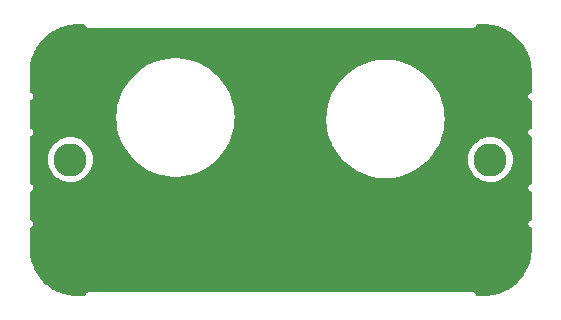
<source format=gbr>
%TF.GenerationSoftware,KiCad,Pcbnew,7.0.2*%
%TF.CreationDate,2023-05-25T14:50:37-03:00*%
%TF.ProjectId,Painel,5061696e-656c-42e6-9b69-6361645f7063,rev?*%
%TF.SameCoordinates,Original*%
%TF.FileFunction,Copper,L1,Top*%
%TF.FilePolarity,Positive*%
%FSLAX46Y46*%
G04 Gerber Fmt 4.6, Leading zero omitted, Abs format (unit mm)*
G04 Created by KiCad (PCBNEW 7.0.2) date 2023-05-25 14:50:37*
%MOMM*%
%LPD*%
G01*
G04 APERTURE LIST*
%TA.AperFunction,ViaPad*%
%ADD10C,2.800000*%
%TD*%
G04 APERTURE END LIST*
D10*
%TO.N,*%
X166248470Y-104956100D03*
X130688470Y-104956100D03*
%TD*%
%TA.AperFunction,NonConductor*%
G36*
X131902195Y-93529635D02*
G01*
X131938263Y-93565067D01*
X131953304Y-93587581D01*
X131960679Y-93600163D01*
X131968617Y-93615740D01*
X131978011Y-93642839D01*
X131979994Y-93644201D01*
X131994336Y-93666215D01*
X132003234Y-93683677D01*
X132012999Y-93693441D01*
X132019596Y-93705522D01*
X132025427Y-93711128D01*
X132027742Y-93712810D01*
X132034659Y-93720004D01*
X132040578Y-93725694D01*
X132061406Y-93741843D01*
X132071017Y-93751453D01*
X132071019Y-93751454D01*
X132088645Y-93760434D01*
X132103255Y-93774230D01*
X132106865Y-93774948D01*
X132138991Y-93786082D01*
X132154410Y-93793937D01*
X132166146Y-93800814D01*
X132177696Y-93798664D01*
X132203427Y-93804089D01*
X132203501Y-93804113D01*
X132204436Y-93804112D01*
X132223852Y-93805636D01*
X132234679Y-93807350D01*
X132236598Y-93807654D01*
X132244740Y-93809950D01*
X164705322Y-93809950D01*
X164721434Y-93814681D01*
X164741648Y-93811478D01*
X164761057Y-93809950D01*
X164776431Y-93809950D01*
X164781954Y-93806934D01*
X164793939Y-93805645D01*
X164798729Y-93804089D01*
X164798750Y-93804081D01*
X164832448Y-93803117D01*
X164834893Y-93801484D01*
X164847475Y-93794108D01*
X164847811Y-93793937D01*
X164863337Y-93786023D01*
X164890445Y-93776621D01*
X164891802Y-93774645D01*
X164913823Y-93760296D01*
X164931171Y-93751456D01*
X164940470Y-93742155D01*
X164952493Y-93735588D01*
X164958607Y-93729231D01*
X164960284Y-93726923D01*
X164967485Y-93719998D01*
X164973894Y-93713333D01*
X164989795Y-93692825D01*
X164998944Y-93683676D01*
X165007863Y-93666168D01*
X165021667Y-93651550D01*
X165022394Y-93647901D01*
X165033523Y-93615804D01*
X165041519Y-93600110D01*
X165048900Y-93587520D01*
X165063912Y-93565055D01*
X165117526Y-93520252D01*
X165167011Y-93509950D01*
X165751100Y-93509950D01*
X165874778Y-93509950D01*
X165880504Y-93510082D01*
X165923837Y-93512085D01*
X165995559Y-93515609D01*
X166000852Y-93515984D01*
X166242828Y-93538409D01*
X166248460Y-93539062D01*
X166314418Y-93548263D01*
X166368824Y-93556334D01*
X166373237Y-93557074D01*
X166606654Y-93600708D01*
X166612177Y-93601873D01*
X166690448Y-93620282D01*
X166734586Y-93631339D01*
X166738229Y-93632313D01*
X166942543Y-93690447D01*
X166963152Y-93696311D01*
X166968595Y-93697996D01*
X167055604Y-93727158D01*
X167057644Y-93727865D01*
X167088596Y-93738940D01*
X167091540Y-93740037D01*
X167309337Y-93824414D01*
X167314608Y-93826598D01*
X167409105Y-93868323D01*
X167412027Y-93869658D01*
X167425554Y-93876056D01*
X167427755Y-93877125D01*
X167508363Y-93917263D01*
X167642192Y-93983903D01*
X167647259Y-93986574D01*
X167743127Y-94039972D01*
X167748042Y-94042860D01*
X167951323Y-94168727D01*
X167958915Y-94173428D01*
X167963713Y-94176555D01*
X168054166Y-94238516D01*
X168058807Y-94241855D01*
X168144363Y-94306464D01*
X168256801Y-94391374D01*
X168261292Y-94394931D01*
X168345566Y-94464912D01*
X168349887Y-94468672D01*
X168533324Y-94635898D01*
X168537466Y-94639854D01*
X168614838Y-94717226D01*
X168618794Y-94721369D01*
X168786055Y-94904847D01*
X168789816Y-94909168D01*
X168859708Y-94993336D01*
X168863246Y-94997803D01*
X169010884Y-95193309D01*
X169012924Y-95196010D01*
X169016268Y-95200658D01*
X169078040Y-95290834D01*
X169081159Y-95295620D01*
X169211933Y-95506829D01*
X169214835Y-95511767D01*
X169267993Y-95607203D01*
X169270664Y-95612271D01*
X169377859Y-95827549D01*
X169378957Y-95829809D01*
X169385055Y-95842704D01*
X169386391Y-95845628D01*
X169427959Y-95939769D01*
X169430151Y-95945062D01*
X169514878Y-96163766D01*
X169516005Y-96166789D01*
X169526763Y-96196858D01*
X169527581Y-96199221D01*
X169556560Y-96285679D01*
X169558256Y-96291154D01*
X169622535Y-96517078D01*
X169623552Y-96520880D01*
X169634411Y-96564230D01*
X169652709Y-96642028D01*
X169653879Y-96647576D01*
X169697715Y-96882082D01*
X169698484Y-96886673D01*
X169706430Y-96940242D01*
X169715554Y-97005652D01*
X169716213Y-97011333D01*
X169738745Y-97254496D01*
X169739125Y-97259852D01*
X169742607Y-97330721D01*
X169744588Y-97373561D01*
X169744720Y-97379288D01*
X169744720Y-97554732D01*
X169744750Y-97554991D01*
X169744750Y-99192339D01*
X169725065Y-99259378D01*
X169672261Y-99305133D01*
X169667627Y-99306530D01*
X169648748Y-99316147D01*
X169621742Y-99325181D01*
X169620574Y-99326844D01*
X169616205Y-99330168D01*
X169612319Y-99332991D01*
X169595712Y-99343165D01*
X169593556Y-99344263D01*
X169579949Y-99346815D01*
X169571016Y-99355747D01*
X169571017Y-99355747D01*
X169557286Y-99369475D01*
X169539766Y-99382919D01*
X169536418Y-99387843D01*
X169535549Y-99389040D01*
X169522884Y-99403874D01*
X169503234Y-99423523D01*
X169490606Y-99448302D01*
X169480457Y-99464864D01*
X169480014Y-99465473D01*
X169479791Y-99466161D01*
X169472345Y-99484140D01*
X169459715Y-99508928D01*
X169455360Y-99536416D01*
X169450824Y-99555314D01*
X169450600Y-99556003D01*
X169450600Y-99556719D01*
X169449073Y-99576119D01*
X169444720Y-99603599D01*
X169449073Y-99631080D01*
X169450600Y-99650480D01*
X169450600Y-99651196D01*
X169450823Y-99651883D01*
X169455360Y-99670785D01*
X169459715Y-99698272D01*
X169472342Y-99723053D01*
X169479791Y-99741038D01*
X169479942Y-99741502D01*
X169480015Y-99741726D01*
X169480453Y-99742328D01*
X169490609Y-99758901D01*
X169503235Y-99783678D01*
X169522886Y-99803327D01*
X169535563Y-99818179D01*
X169535965Y-99818733D01*
X169536442Y-99819390D01*
X169537589Y-99822612D01*
X169557294Y-99837732D01*
X169577932Y-99858370D01*
X169585671Y-99859264D01*
X169593608Y-99862961D01*
X169595516Y-99863934D01*
X169595742Y-99864049D01*
X169612318Y-99874207D01*
X169612975Y-99874685D01*
X169612976Y-99874685D01*
X169616202Y-99877029D01*
X169619459Y-99881254D01*
X169648748Y-99891053D01*
X169673928Y-99903881D01*
X169672073Y-99907521D01*
X169703266Y-99922302D01*
X169740208Y-99981607D01*
X169744750Y-100014861D01*
X169744750Y-102242339D01*
X169725065Y-102309378D01*
X169672261Y-102355133D01*
X169667627Y-102356530D01*
X169648748Y-102366147D01*
X169621742Y-102375181D01*
X169620574Y-102376844D01*
X169616205Y-102380168D01*
X169612319Y-102382991D01*
X169595712Y-102393165D01*
X169593556Y-102394263D01*
X169579949Y-102396815D01*
X169571016Y-102405747D01*
X169571017Y-102405747D01*
X169557286Y-102419475D01*
X169539766Y-102432919D01*
X169536418Y-102437843D01*
X169535549Y-102439040D01*
X169522884Y-102453874D01*
X169503234Y-102473523D01*
X169490606Y-102498302D01*
X169480457Y-102514864D01*
X169480014Y-102515473D01*
X169479791Y-102516161D01*
X169472345Y-102534140D01*
X169459715Y-102558928D01*
X169455360Y-102586416D01*
X169450824Y-102605314D01*
X169450600Y-102606003D01*
X169450600Y-102606719D01*
X169449073Y-102626119D01*
X169444720Y-102653599D01*
X169449073Y-102681080D01*
X169450600Y-102700480D01*
X169450600Y-102701196D01*
X169450823Y-102701883D01*
X169455360Y-102720785D01*
X169459715Y-102748272D01*
X169472342Y-102773053D01*
X169479791Y-102791038D01*
X169479942Y-102791502D01*
X169480015Y-102791726D01*
X169480453Y-102792328D01*
X169490609Y-102808901D01*
X169503235Y-102833678D01*
X169522886Y-102853327D01*
X169535563Y-102868179D01*
X169535965Y-102868733D01*
X169536442Y-102869390D01*
X169537589Y-102872612D01*
X169557294Y-102887732D01*
X169577932Y-102908370D01*
X169585671Y-102909264D01*
X169593608Y-102912961D01*
X169595516Y-102913934D01*
X169595742Y-102914049D01*
X169612318Y-102924207D01*
X169612975Y-102924685D01*
X169612976Y-102924685D01*
X169616202Y-102927029D01*
X169619459Y-102931254D01*
X169648748Y-102941053D01*
X169673928Y-102953881D01*
X169672073Y-102957521D01*
X169703266Y-102972302D01*
X169740208Y-103031607D01*
X169744750Y-103064861D01*
X169744750Y-106942339D01*
X169725065Y-107009378D01*
X169672261Y-107055133D01*
X169667627Y-107056530D01*
X169648748Y-107066147D01*
X169621742Y-107075181D01*
X169620574Y-107076844D01*
X169616205Y-107080168D01*
X169612319Y-107082991D01*
X169595712Y-107093165D01*
X169593556Y-107094263D01*
X169579949Y-107096815D01*
X169571016Y-107105747D01*
X169571017Y-107105747D01*
X169557286Y-107119475D01*
X169539766Y-107132919D01*
X169536418Y-107137843D01*
X169535549Y-107139040D01*
X169522884Y-107153874D01*
X169503234Y-107173523D01*
X169490606Y-107198302D01*
X169480457Y-107214864D01*
X169480014Y-107215473D01*
X169479791Y-107216161D01*
X169472345Y-107234140D01*
X169459715Y-107258928D01*
X169455360Y-107286416D01*
X169450824Y-107305314D01*
X169450600Y-107306003D01*
X169450600Y-107306719D01*
X169449073Y-107326119D01*
X169444720Y-107353599D01*
X169449073Y-107381080D01*
X169450600Y-107400480D01*
X169450600Y-107401196D01*
X169450823Y-107401883D01*
X169455360Y-107420785D01*
X169459715Y-107448272D01*
X169472342Y-107473053D01*
X169479791Y-107491038D01*
X169479942Y-107491502D01*
X169480015Y-107491726D01*
X169480453Y-107492328D01*
X169490609Y-107508901D01*
X169503235Y-107533678D01*
X169522886Y-107553327D01*
X169535563Y-107568179D01*
X169535965Y-107568733D01*
X169536442Y-107569390D01*
X169537589Y-107572612D01*
X169557294Y-107587732D01*
X169577932Y-107608370D01*
X169585671Y-107609264D01*
X169593608Y-107612961D01*
X169595516Y-107613934D01*
X169595742Y-107614049D01*
X169612318Y-107624207D01*
X169612975Y-107624685D01*
X169612976Y-107624685D01*
X169616202Y-107627029D01*
X169619459Y-107631254D01*
X169648748Y-107641053D01*
X169673928Y-107653881D01*
X169672073Y-107657521D01*
X169703266Y-107672302D01*
X169740208Y-107731607D01*
X169744750Y-107764861D01*
X169744750Y-109992339D01*
X169725065Y-110059378D01*
X169672261Y-110105133D01*
X169667627Y-110106530D01*
X169648748Y-110116147D01*
X169621742Y-110125181D01*
X169620574Y-110126844D01*
X169616205Y-110130168D01*
X169612319Y-110132991D01*
X169595712Y-110143165D01*
X169593556Y-110144263D01*
X169579949Y-110146815D01*
X169571016Y-110155747D01*
X169571017Y-110155747D01*
X169557286Y-110169475D01*
X169539766Y-110182919D01*
X169536418Y-110187843D01*
X169535549Y-110189040D01*
X169522884Y-110203874D01*
X169503234Y-110223523D01*
X169490606Y-110248302D01*
X169480457Y-110264864D01*
X169480014Y-110265473D01*
X169479791Y-110266161D01*
X169472345Y-110284140D01*
X169459715Y-110308928D01*
X169455360Y-110336416D01*
X169450824Y-110355314D01*
X169450600Y-110356003D01*
X169450600Y-110356719D01*
X169449073Y-110376119D01*
X169444720Y-110403599D01*
X169449073Y-110431080D01*
X169450600Y-110450480D01*
X169450600Y-110451196D01*
X169450823Y-110451883D01*
X169455360Y-110470785D01*
X169459715Y-110498272D01*
X169472342Y-110523053D01*
X169479791Y-110541038D01*
X169479942Y-110541502D01*
X169480015Y-110541726D01*
X169480453Y-110542328D01*
X169490609Y-110558901D01*
X169503235Y-110583678D01*
X169522886Y-110603327D01*
X169535563Y-110618179D01*
X169535965Y-110618733D01*
X169536442Y-110619390D01*
X169537589Y-110622612D01*
X169557294Y-110637732D01*
X169577932Y-110658370D01*
X169585671Y-110659264D01*
X169593608Y-110662961D01*
X169595516Y-110663934D01*
X169595742Y-110664049D01*
X169612318Y-110674207D01*
X169612975Y-110674685D01*
X169612976Y-110674685D01*
X169616202Y-110677029D01*
X169619459Y-110681254D01*
X169648748Y-110691053D01*
X169673928Y-110703881D01*
X169672073Y-110707521D01*
X169703266Y-110722302D01*
X169740208Y-110781607D01*
X169744750Y-110814861D01*
X169744750Y-112627260D01*
X169744618Y-112632988D01*
X169742606Y-112676495D01*
X169739091Y-112748037D01*
X169738711Y-112753392D01*
X169716303Y-112995217D01*
X169715643Y-113000906D01*
X169706429Y-113066965D01*
X169698364Y-113121331D01*
X169697597Y-113125910D01*
X169654028Y-113358982D01*
X169652846Y-113364586D01*
X169634413Y-113442961D01*
X169623316Y-113487266D01*
X169622306Y-113491039D01*
X169558463Y-113715421D01*
X169556769Y-113720892D01*
X169527560Y-113808040D01*
X169526738Y-113810412D01*
X169515644Y-113841415D01*
X169514521Y-113844430D01*
X169430408Y-114061557D01*
X169428215Y-114066850D01*
X169386390Y-114161574D01*
X169385050Y-114164507D01*
X169378309Y-114178759D01*
X169377215Y-114181011D01*
X169270985Y-114394352D01*
X169268314Y-114399421D01*
X169214524Y-114495991D01*
X169211622Y-114500928D01*
X169081537Y-114711024D01*
X169078410Y-114715824D01*
X169015900Y-114807078D01*
X169012554Y-114811727D01*
X168863665Y-115008889D01*
X168860108Y-115013380D01*
X168789405Y-115098524D01*
X168785645Y-115102845D01*
X168619249Y-115285374D01*
X168615293Y-115289517D01*
X168537011Y-115367799D01*
X168532869Y-115371755D01*
X168350373Y-115538123D01*
X168346052Y-115541883D01*
X168260805Y-115612672D01*
X168256314Y-115616229D01*
X168059355Y-115764967D01*
X168054704Y-115768313D01*
X167963160Y-115831021D01*
X167958362Y-115834147D01*
X167748630Y-115964010D01*
X167743691Y-115966913D01*
X167646697Y-116020938D01*
X167641630Y-116023609D01*
X167429116Y-116129430D01*
X167426853Y-116130528D01*
X167412050Y-116137528D01*
X167409129Y-116138863D01*
X167313995Y-116180871D01*
X167308710Y-116183060D01*
X167295327Y-116188246D01*
X167092659Y-116266760D01*
X167089642Y-116267884D01*
X167057856Y-116279258D01*
X167055485Y-116280079D01*
X166967990Y-116309404D01*
X166962519Y-116311098D01*
X166739218Y-116374634D01*
X166735415Y-116375651D01*
X166690467Y-116386911D01*
X166634854Y-116399992D01*
X166611581Y-116405465D01*
X166606014Y-116406640D01*
X166374076Y-116449998D01*
X166369486Y-116450767D01*
X166314472Y-116458928D01*
X166247836Y-116468223D01*
X166242155Y-116468882D01*
X166001554Y-116491178D01*
X165996197Y-116491558D01*
X165924006Y-116495105D01*
X165879853Y-116497147D01*
X165874126Y-116497279D01*
X165775206Y-116497279D01*
X165775056Y-116497250D01*
X165751100Y-116497250D01*
X165166976Y-116497250D01*
X165099937Y-116477565D01*
X165063878Y-116442147D01*
X165048874Y-116419695D01*
X165041491Y-116407099D01*
X165033483Y-116391381D01*
X165024151Y-116364478D01*
X165022241Y-116363168D01*
X165007880Y-116341127D01*
X164998921Y-116323543D01*
X164989871Y-116314492D01*
X164983316Y-116302485D01*
X164976682Y-116296106D01*
X164974371Y-116294427D01*
X164967461Y-116287240D01*
X164960763Y-116280799D01*
X164940367Y-116264982D01*
X164931152Y-116255767D01*
X164913738Y-116246892D01*
X164899115Y-116233080D01*
X164895435Y-116232347D01*
X164863359Y-116221219D01*
X164863041Y-116221057D01*
X164847479Y-116213126D01*
X164836030Y-116206414D01*
X164824470Y-116208563D01*
X164798751Y-116203132D01*
X164798690Y-116203113D01*
X164798689Y-116203112D01*
X164798686Y-116203112D01*
X164797820Y-116203112D01*
X164778457Y-116201584D01*
X164751104Y-116197250D01*
X164751101Y-116197250D01*
X164751100Y-116197250D01*
X132251100Y-116197250D01*
X132245066Y-116197250D01*
X132236887Y-116199528D01*
X132223976Y-116201573D01*
X132204577Y-116203100D01*
X132203502Y-116203100D01*
X132203422Y-116203126D01*
X132169749Y-116204083D01*
X132167022Y-116205906D01*
X132154418Y-116213292D01*
X132138978Y-116221157D01*
X132112076Y-116230483D01*
X132110755Y-116232408D01*
X132088729Y-116246756D01*
X132071035Y-116255770D01*
X132061545Y-116265259D01*
X132049480Y-116271845D01*
X132043594Y-116277968D01*
X132041911Y-116280285D01*
X132034742Y-116287175D01*
X132028967Y-116293183D01*
X132012918Y-116313879D01*
X132003260Y-116323536D01*
X131994328Y-116341066D01*
X131980519Y-116355685D01*
X131979794Y-116359331D01*
X131968658Y-116391440D01*
X131960704Y-116407049D01*
X131953326Y-116419637D01*
X131938293Y-116442137D01*
X131884683Y-116486944D01*
X131835189Y-116497250D01*
X131127441Y-116497250D01*
X131121711Y-116497118D01*
X131078214Y-116495106D01*
X131006663Y-116491591D01*
X131001307Y-116491211D01*
X130759482Y-116468803D01*
X130753792Y-116468143D01*
X130687715Y-116458926D01*
X130633376Y-116450865D01*
X130628797Y-116450098D01*
X130395709Y-116406527D01*
X130390104Y-116405344D01*
X130311741Y-116386913D01*
X130286380Y-116380561D01*
X130267418Y-116375811D01*
X130263707Y-116374818D01*
X130145079Y-116341066D01*
X130039255Y-116310956D01*
X130033783Y-116309262D01*
X129946708Y-116280077D01*
X129944345Y-116279258D01*
X129922359Y-116271392D01*
X129913298Y-116268150D01*
X129910298Y-116267032D01*
X129693084Y-116182882D01*
X129687800Y-116180694D01*
X129593099Y-116138879D01*
X129590211Y-116137559D01*
X129576056Y-116130864D01*
X129573802Y-116129770D01*
X129493807Y-116089937D01*
X129360269Y-116023442D01*
X129355212Y-116020777D01*
X129258795Y-115967073D01*
X129253856Y-115964171D01*
X129043585Y-115833976D01*
X129038786Y-115830849D01*
X128947710Y-115768461D01*
X128943060Y-115765115D01*
X128857808Y-115700736D01*
X128745708Y-115616082D01*
X128741223Y-115612529D01*
X128656287Y-115541999D01*
X128651966Y-115538239D01*
X128469211Y-115371636D01*
X128465068Y-115367680D01*
X128387018Y-115289630D01*
X128383062Y-115285487D01*
X128216459Y-115102732D01*
X128212699Y-115098411D01*
X128142169Y-115013475D01*
X128138612Y-115008985D01*
X128069883Y-114917973D01*
X127989576Y-114811628D01*
X127986237Y-114806988D01*
X127923849Y-114715912D01*
X127920722Y-114711113D01*
X127920667Y-114711024D01*
X127790520Y-114500830D01*
X127787625Y-114495903D01*
X127733926Y-114399494D01*
X127731255Y-114394427D01*
X127711290Y-114354333D01*
X127624893Y-114180825D01*
X127623876Y-114178730D01*
X127617123Y-114164452D01*
X127615817Y-114161596D01*
X127573995Y-114066877D01*
X127571816Y-114061614D01*
X127487674Y-113844421D01*
X127486578Y-113841481D01*
X127475388Y-113810208D01*
X127474620Y-113807989D01*
X127445442Y-113720933D01*
X127443748Y-113715463D01*
X127443168Y-113713425D01*
X127379872Y-113490963D01*
X127378884Y-113487266D01*
X127367770Y-113442896D01*
X127349333Y-113364507D01*
X127348180Y-113359038D01*
X127304599Y-113125900D01*
X127303835Y-113121331D01*
X127295768Y-113066956D01*
X127286549Y-113000867D01*
X127285898Y-112995254D01*
X127263484Y-112753360D01*
X127263111Y-112748101D01*
X127259577Y-112676154D01*
X127257581Y-112632987D01*
X127257449Y-112627260D01*
X127257450Y-112503600D01*
X127257450Y-110814840D01*
X127277135Y-110747801D01*
X127329939Y-110702046D01*
X127334579Y-110700647D01*
X127345759Y-110694949D01*
X127345761Y-110694949D01*
X127370313Y-110682436D01*
X127388298Y-110674986D01*
X127389225Y-110674685D01*
X127390022Y-110674105D01*
X127406606Y-110663940D01*
X127431153Y-110651432D01*
X127450610Y-110631971D01*
X127465413Y-110619330D01*
X127466234Y-110618734D01*
X127466837Y-110617903D01*
X127479475Y-110603103D01*
X127498920Y-110583658D01*
X127511389Y-110559182D01*
X127521563Y-110542581D01*
X127521747Y-110542328D01*
X127522185Y-110541725D01*
X127522519Y-110540694D01*
X127529954Y-110522743D01*
X127542428Y-110498262D01*
X127546721Y-110471145D01*
X127551264Y-110452226D01*
X127551600Y-110451195D01*
X127551600Y-110450108D01*
X127553126Y-110430713D01*
X127553295Y-110429643D01*
X127557420Y-110403600D01*
X127553126Y-110376486D01*
X127551600Y-110357091D01*
X127551600Y-110356005D01*
X127551266Y-110354978D01*
X127546721Y-110336049D01*
X127542428Y-110308938D01*
X127529957Y-110284460D01*
X127522515Y-110266491D01*
X127522408Y-110266161D01*
X127522185Y-110265475D01*
X127521564Y-110264620D01*
X127511392Y-110248021D01*
X127498921Y-110223543D01*
X127498900Y-110223522D01*
X127479473Y-110204093D01*
X127466838Y-110189297D01*
X127466234Y-110188466D01*
X127466233Y-110188465D01*
X127466231Y-110188462D01*
X127465403Y-110187861D01*
X127450606Y-110175223D01*
X127431153Y-110155768D01*
X127406607Y-110143259D01*
X127390028Y-110133098D01*
X127389225Y-110132515D01*
X127389224Y-110132514D01*
X127389222Y-110132513D01*
X127388294Y-110132212D01*
X127370317Y-110124764D01*
X127328265Y-110103334D01*
X127330119Y-110099694D01*
X127298908Y-110084895D01*
X127261983Y-110025580D01*
X127257450Y-109992359D01*
X127257450Y-107764840D01*
X127277135Y-107697801D01*
X127329939Y-107652046D01*
X127334579Y-107650647D01*
X127345759Y-107644949D01*
X127345761Y-107644949D01*
X127370313Y-107632436D01*
X127388298Y-107624986D01*
X127389225Y-107624685D01*
X127390022Y-107624105D01*
X127406606Y-107613940D01*
X127431153Y-107601432D01*
X127450610Y-107581971D01*
X127465413Y-107569330D01*
X127466234Y-107568734D01*
X127466837Y-107567903D01*
X127479475Y-107553103D01*
X127498920Y-107533658D01*
X127511389Y-107509182D01*
X127521563Y-107492581D01*
X127521747Y-107492328D01*
X127522185Y-107491725D01*
X127522519Y-107490694D01*
X127529954Y-107472743D01*
X127542428Y-107448262D01*
X127546721Y-107421145D01*
X127551264Y-107402226D01*
X127551600Y-107401195D01*
X127551600Y-107400108D01*
X127553126Y-107380713D01*
X127553295Y-107379643D01*
X127557420Y-107353600D01*
X127553126Y-107326486D01*
X127551600Y-107307091D01*
X127551600Y-107306005D01*
X127551266Y-107304978D01*
X127546721Y-107286049D01*
X127542428Y-107258938D01*
X127529957Y-107234460D01*
X127522515Y-107216491D01*
X127522408Y-107216161D01*
X127522185Y-107215475D01*
X127521564Y-107214620D01*
X127511392Y-107198021D01*
X127498921Y-107173543D01*
X127498900Y-107173522D01*
X127479473Y-107154093D01*
X127466838Y-107139297D01*
X127466234Y-107138466D01*
X127466233Y-107138465D01*
X127466231Y-107138462D01*
X127465403Y-107137861D01*
X127450606Y-107125223D01*
X127431153Y-107105768D01*
X127406607Y-107093259D01*
X127390028Y-107083098D01*
X127389225Y-107082515D01*
X127389224Y-107082514D01*
X127389222Y-107082513D01*
X127388294Y-107082212D01*
X127370317Y-107074764D01*
X127328265Y-107053334D01*
X127330119Y-107049694D01*
X127298908Y-107034895D01*
X127261983Y-106975580D01*
X127257450Y-106942359D01*
X127257450Y-104956099D01*
X128783114Y-104956099D01*
X128802509Y-105227261D01*
X128860293Y-105492896D01*
X128860295Y-105492901D01*
X128955298Y-105747613D01*
X128955300Y-105747617D01*
X128955301Y-105747619D01*
X129085579Y-105986208D01*
X129098759Y-106003814D01*
X129248499Y-106203842D01*
X129440728Y-106396071D01*
X129554651Y-106481353D01*
X129658361Y-106558990D01*
X129854272Y-106665964D01*
X129896957Y-106689272D01*
X130151669Y-106784275D01*
X130151672Y-106784275D01*
X130151673Y-106784276D01*
X130201322Y-106795076D01*
X130417310Y-106842061D01*
X130667580Y-106859960D01*
X130688469Y-106861455D01*
X130688469Y-106861454D01*
X130688470Y-106861455D01*
X130959630Y-106842061D01*
X131225271Y-106784275D01*
X131479983Y-106689272D01*
X131718583Y-106558987D01*
X131936212Y-106396071D01*
X132128441Y-106203842D01*
X132291357Y-105986213D01*
X132421642Y-105747613D01*
X132516645Y-105492901D01*
X132574431Y-105227260D01*
X132593825Y-104956100D01*
X132574431Y-104684940D01*
X132516645Y-104419299D01*
X132421642Y-104164587D01*
X132381646Y-104091340D01*
X132291360Y-103925991D01*
X132290155Y-103924381D01*
X132128441Y-103708358D01*
X131936212Y-103516129D01*
X131718583Y-103353213D01*
X131718584Y-103353213D01*
X131718578Y-103353209D01*
X131479989Y-103222931D01*
X131479987Y-103222930D01*
X131479983Y-103222928D01*
X131225271Y-103127925D01*
X131225266Y-103127923D01*
X130959631Y-103070139D01*
X130688469Y-103050744D01*
X130417308Y-103070139D01*
X130151673Y-103127923D01*
X130007426Y-103181724D01*
X129896957Y-103222928D01*
X129896954Y-103222929D01*
X129896950Y-103222931D01*
X129658361Y-103353209D01*
X129440725Y-103516131D01*
X129248501Y-103708355D01*
X129085579Y-103925991D01*
X128955301Y-104164580D01*
X128860293Y-104419303D01*
X128802509Y-104684938D01*
X128783114Y-104956099D01*
X127257450Y-104956099D01*
X127257450Y-103064840D01*
X127277135Y-102997801D01*
X127329939Y-102952046D01*
X127334579Y-102950647D01*
X127345759Y-102944949D01*
X127345761Y-102944949D01*
X127370313Y-102932436D01*
X127388298Y-102924986D01*
X127389225Y-102924685D01*
X127390022Y-102924105D01*
X127406606Y-102913940D01*
X127431153Y-102901432D01*
X127450610Y-102881971D01*
X127465413Y-102869330D01*
X127466234Y-102868734D01*
X127466837Y-102867903D01*
X127479475Y-102853103D01*
X127498920Y-102833658D01*
X127511389Y-102809182D01*
X127521563Y-102792581D01*
X127521747Y-102792328D01*
X127522185Y-102791725D01*
X127522519Y-102790694D01*
X127529954Y-102772743D01*
X127542428Y-102748262D01*
X127546721Y-102721145D01*
X127551264Y-102702226D01*
X127551600Y-102701195D01*
X127551600Y-102700108D01*
X127553126Y-102680713D01*
X127553295Y-102679643D01*
X127557420Y-102653600D01*
X127553126Y-102626486D01*
X127551600Y-102607091D01*
X127551600Y-102606005D01*
X127551266Y-102604978D01*
X127546721Y-102586049D01*
X127542428Y-102558938D01*
X127529957Y-102534460D01*
X127522515Y-102516491D01*
X127522408Y-102516161D01*
X127522185Y-102515475D01*
X127521564Y-102514620D01*
X127511392Y-102498021D01*
X127498921Y-102473543D01*
X127498900Y-102473522D01*
X127479473Y-102454093D01*
X127466838Y-102439297D01*
X127466234Y-102438466D01*
X127466233Y-102438465D01*
X127466231Y-102438462D01*
X127465403Y-102437861D01*
X127450606Y-102425223D01*
X127431153Y-102405768D01*
X127406607Y-102393259D01*
X127390028Y-102383098D01*
X127389225Y-102382515D01*
X127389224Y-102382514D01*
X127389222Y-102382513D01*
X127388294Y-102382212D01*
X127370317Y-102374764D01*
X127328265Y-102353334D01*
X127330119Y-102349694D01*
X127298908Y-102334895D01*
X127261983Y-102275580D01*
X127257450Y-102242359D01*
X127257450Y-101400100D01*
X134572930Y-101400100D01*
X134593081Y-101848793D01*
X134593451Y-101851531D01*
X134593453Y-101851543D01*
X134646390Y-102242339D01*
X134653371Y-102293874D01*
X134653990Y-102296588D01*
X134653991Y-102296591D01*
X134748210Y-102709394D01*
X134753315Y-102731758D01*
X134754172Y-102734396D01*
X134754173Y-102734399D01*
X134824891Y-102952046D01*
X134892109Y-103158921D01*
X134893206Y-103161489D01*
X134893210Y-103161498D01*
X134975153Y-103353213D01*
X135068634Y-103571922D01*
X135069948Y-103574365D01*
X135069953Y-103574374D01*
X135142053Y-103708358D01*
X135281470Y-103967438D01*
X135528903Y-104342283D01*
X135530640Y-104344461D01*
X135805771Y-104689465D01*
X135808941Y-104693439D01*
X135810860Y-104695446D01*
X136117399Y-105016062D01*
X136117405Y-105016068D01*
X136119328Y-105018079D01*
X136457567Y-105313589D01*
X136459815Y-105315222D01*
X136459816Y-105315223D01*
X136813994Y-105572549D01*
X136820933Y-105577590D01*
X137206501Y-105807956D01*
X137611167Y-106002833D01*
X138031673Y-106160651D01*
X138464633Y-106280141D01*
X138906560Y-106360339D01*
X139353897Y-106400600D01*
X139356674Y-106400600D01*
X139800266Y-106400600D01*
X139803043Y-106400600D01*
X140250380Y-106360339D01*
X140692307Y-106280141D01*
X141125267Y-106160651D01*
X141545773Y-106002833D01*
X141950439Y-105807956D01*
X142336007Y-105577590D01*
X142699373Y-105313589D01*
X143037612Y-105018079D01*
X143347999Y-104693439D01*
X143628037Y-104342283D01*
X143875470Y-103967438D01*
X144088306Y-103571922D01*
X144264831Y-103158921D01*
X144403625Y-102731758D01*
X144503569Y-102293874D01*
X144563859Y-101848793D01*
X144578306Y-101527100D01*
X152352930Y-101527100D01*
X152353055Y-101529883D01*
X152367252Y-101846015D01*
X152373081Y-101975793D01*
X152373451Y-101978531D01*
X152373453Y-101978543D01*
X152431325Y-102405768D01*
X152433371Y-102420874D01*
X152433990Y-102423588D01*
X152433991Y-102423591D01*
X152518210Y-102792581D01*
X152533315Y-102858758D01*
X152534172Y-102861396D01*
X152534173Y-102861399D01*
X152600275Y-103064840D01*
X152672109Y-103285921D01*
X152673206Y-103288489D01*
X152673210Y-103288498D01*
X152794352Y-103571922D01*
X152848634Y-103698922D01*
X152849948Y-103701365D01*
X152849953Y-103701374D01*
X152993128Y-103967438D01*
X153061470Y-104094438D01*
X153308903Y-104469283D01*
X153310640Y-104471461D01*
X153585771Y-104816465D01*
X153588941Y-104820439D01*
X153590860Y-104822446D01*
X153897399Y-105143062D01*
X153897405Y-105143068D01*
X153899328Y-105145079D01*
X154237567Y-105440589D01*
X154239815Y-105442222D01*
X154239816Y-105442223D01*
X154593994Y-105699549D01*
X154600933Y-105704590D01*
X154986501Y-105934956D01*
X155391167Y-106129833D01*
X155811673Y-106287651D01*
X156244633Y-106407141D01*
X156686560Y-106487339D01*
X157133897Y-106527600D01*
X157136674Y-106527600D01*
X157580266Y-106527600D01*
X157583043Y-106527600D01*
X158030380Y-106487339D01*
X158472307Y-106407141D01*
X158905267Y-106287651D01*
X159325773Y-106129833D01*
X159730439Y-105934956D01*
X160116007Y-105704590D01*
X160479373Y-105440589D01*
X160817612Y-105145079D01*
X160998295Y-104956099D01*
X164343114Y-104956099D01*
X164362509Y-105227261D01*
X164420293Y-105492896D01*
X164420295Y-105492901D01*
X164515298Y-105747613D01*
X164515300Y-105747617D01*
X164515301Y-105747619D01*
X164645579Y-105986208D01*
X164658759Y-106003814D01*
X164808499Y-106203842D01*
X165000728Y-106396071D01*
X165114651Y-106481353D01*
X165218361Y-106558990D01*
X165414272Y-106665964D01*
X165456957Y-106689272D01*
X165711669Y-106784275D01*
X165711672Y-106784275D01*
X165711673Y-106784276D01*
X165761322Y-106795076D01*
X165977310Y-106842061D01*
X166248470Y-106861455D01*
X166519630Y-106842061D01*
X166785271Y-106784275D01*
X167039983Y-106689272D01*
X167278583Y-106558987D01*
X167496212Y-106396071D01*
X167688441Y-106203842D01*
X167851357Y-105986213D01*
X167981642Y-105747613D01*
X168076645Y-105492901D01*
X168134431Y-105227260D01*
X168153825Y-104956100D01*
X168134431Y-104684940D01*
X168076645Y-104419299D01*
X167981642Y-104164587D01*
X167941646Y-104091340D01*
X167851360Y-103925991D01*
X167850155Y-103924381D01*
X167688441Y-103708358D01*
X167496212Y-103516129D01*
X167278583Y-103353213D01*
X167278584Y-103353213D01*
X167278578Y-103353209D01*
X167039989Y-103222931D01*
X167039987Y-103222930D01*
X167039983Y-103222928D01*
X166785271Y-103127925D01*
X166785266Y-103127923D01*
X166519631Y-103070139D01*
X166248470Y-103050744D01*
X165977308Y-103070139D01*
X165711673Y-103127923D01*
X165567426Y-103181724D01*
X165456957Y-103222928D01*
X165456954Y-103222929D01*
X165456950Y-103222931D01*
X165218361Y-103353209D01*
X165000725Y-103516131D01*
X164808501Y-103708355D01*
X164645579Y-103925991D01*
X164515301Y-104164580D01*
X164420293Y-104419303D01*
X164362509Y-104684938D01*
X164343114Y-104956099D01*
X160998295Y-104956099D01*
X161127999Y-104820439D01*
X161408037Y-104469283D01*
X161655470Y-104094438D01*
X161868306Y-103698922D01*
X162044831Y-103285921D01*
X162183625Y-102858758D01*
X162283569Y-102420874D01*
X162343859Y-101975793D01*
X162364010Y-101527100D01*
X162343859Y-101078407D01*
X162283569Y-100633326D01*
X162183625Y-100195442D01*
X162044831Y-99768279D01*
X161868306Y-99355278D01*
X161655470Y-98959762D01*
X161408037Y-98584917D01*
X161127999Y-98233761D01*
X161004655Y-98104753D01*
X160819540Y-97911137D01*
X160819534Y-97911131D01*
X160817612Y-97909121D01*
X160479373Y-97613611D01*
X160327956Y-97503600D01*
X160118258Y-97351245D01*
X160118251Y-97351240D01*
X160116007Y-97349610D01*
X159901058Y-97221184D01*
X159732831Y-97120673D01*
X159732828Y-97120671D01*
X159730439Y-97119244D01*
X159727932Y-97118036D01*
X159727927Y-97118034D01*
X159464208Y-96991034D01*
X159325773Y-96924367D01*
X159323169Y-96923389D01*
X159323158Y-96923385D01*
X158907877Y-96767528D01*
X158907866Y-96767524D01*
X158905267Y-96766549D01*
X158902582Y-96765808D01*
X158902579Y-96765807D01*
X158474996Y-96647801D01*
X158474993Y-96647800D01*
X158472307Y-96647059D01*
X158469575Y-96646563D01*
X158469561Y-96646560D01*
X158033120Y-96567358D01*
X158033114Y-96567357D01*
X158030380Y-96566861D01*
X158027625Y-96566613D01*
X158027610Y-96566611D01*
X157585806Y-96526848D01*
X157585791Y-96526847D01*
X157583043Y-96526600D01*
X157133897Y-96526600D01*
X157131149Y-96526847D01*
X157131133Y-96526848D01*
X156689329Y-96566611D01*
X156689311Y-96566613D01*
X156686560Y-96566861D01*
X156683828Y-96567356D01*
X156683819Y-96567358D01*
X156247378Y-96646560D01*
X156247359Y-96646564D01*
X156244633Y-96647059D01*
X156241951Y-96647799D01*
X156241943Y-96647801D01*
X155814360Y-96765807D01*
X155814351Y-96765809D01*
X155811673Y-96766549D01*
X155809080Y-96767522D01*
X155809062Y-96767528D01*
X155393781Y-96923385D01*
X155393762Y-96923392D01*
X155391167Y-96924367D01*
X155388657Y-96925575D01*
X155388654Y-96925577D01*
X154989012Y-97118034D01*
X154988998Y-97118041D01*
X154986501Y-97119244D01*
X154984120Y-97120666D01*
X154984108Y-97120673D01*
X154603319Y-97348184D01*
X154603312Y-97348188D01*
X154600933Y-97349610D01*
X154598698Y-97351233D01*
X154598681Y-97351245D01*
X154239816Y-97611976D01*
X154239801Y-97611987D01*
X154237567Y-97613611D01*
X154235481Y-97615432D01*
X154235474Y-97615439D01*
X153901434Y-97907280D01*
X153901421Y-97907292D01*
X153899328Y-97909121D01*
X153897416Y-97911120D01*
X153897399Y-97911137D01*
X153590860Y-98231753D01*
X153590851Y-98231763D01*
X153588941Y-98233761D01*
X153587220Y-98235918D01*
X153587206Y-98235935D01*
X153310640Y-98582738D01*
X153310632Y-98582747D01*
X153308903Y-98584917D01*
X153307376Y-98587229D01*
X153307366Y-98587244D01*
X153063004Y-98957437D01*
X153062997Y-98957448D01*
X153061470Y-98959762D01*
X153060158Y-98962198D01*
X153060152Y-98962210D01*
X152849953Y-99352825D01*
X152849944Y-99352842D01*
X152848634Y-99355278D01*
X152847539Y-99357838D01*
X152847536Y-99357846D01*
X152673210Y-99765701D01*
X152673203Y-99765718D01*
X152672109Y-99768279D01*
X152671246Y-99770932D01*
X152671244Y-99770940D01*
X152573701Y-100071148D01*
X152533315Y-100195442D01*
X152532699Y-100198140D01*
X152532697Y-100198148D01*
X152461728Y-100509085D01*
X152433371Y-100633326D01*
X152432998Y-100636079D01*
X152432997Y-100636085D01*
X152373453Y-101075656D01*
X152373451Y-101075670D01*
X152373081Y-101078407D01*
X152352930Y-101527100D01*
X144578306Y-101527100D01*
X144584010Y-101400100D01*
X144563859Y-100951407D01*
X144503569Y-100506326D01*
X144403625Y-100068442D01*
X144264831Y-99641279D01*
X144088306Y-99228278D01*
X143875470Y-98832762D01*
X143628037Y-98457917D01*
X143485071Y-98278643D01*
X143349733Y-98108935D01*
X143349729Y-98108931D01*
X143347999Y-98106761D01*
X143157276Y-97907280D01*
X143039540Y-97784137D01*
X143039534Y-97784131D01*
X143037612Y-97782121D01*
X142699373Y-97486611D01*
X142551656Y-97379288D01*
X142338258Y-97224245D01*
X142338251Y-97224240D01*
X142336007Y-97222610D01*
X141982389Y-97011333D01*
X141952831Y-96993673D01*
X141952828Y-96993671D01*
X141950439Y-96992244D01*
X141947932Y-96991036D01*
X141947927Y-96991034D01*
X141731219Y-96886673D01*
X141545773Y-96797367D01*
X141543169Y-96796389D01*
X141543158Y-96796385D01*
X141127877Y-96640528D01*
X141127866Y-96640524D01*
X141125267Y-96639549D01*
X141122582Y-96638808D01*
X141122579Y-96638807D01*
X140694996Y-96520801D01*
X140694993Y-96520800D01*
X140692307Y-96520059D01*
X140689575Y-96519563D01*
X140689561Y-96519560D01*
X140253120Y-96440358D01*
X140253114Y-96440357D01*
X140250380Y-96439861D01*
X140247625Y-96439613D01*
X140247610Y-96439611D01*
X139805806Y-96399848D01*
X139805791Y-96399847D01*
X139803043Y-96399600D01*
X139353897Y-96399600D01*
X139351149Y-96399847D01*
X139351133Y-96399848D01*
X138909329Y-96439611D01*
X138909311Y-96439613D01*
X138906560Y-96439861D01*
X138903828Y-96440356D01*
X138903819Y-96440358D01*
X138467378Y-96519560D01*
X138467359Y-96519564D01*
X138464633Y-96520059D01*
X138461951Y-96520799D01*
X138461943Y-96520801D01*
X138034360Y-96638807D01*
X138034351Y-96638809D01*
X138031673Y-96639549D01*
X138029080Y-96640522D01*
X138029062Y-96640528D01*
X137613781Y-96796385D01*
X137613762Y-96796392D01*
X137611167Y-96797367D01*
X137608657Y-96798575D01*
X137608654Y-96798577D01*
X137209012Y-96991034D01*
X137208998Y-96991041D01*
X137206501Y-96992244D01*
X137204120Y-96993666D01*
X137204108Y-96993673D01*
X136823319Y-97221184D01*
X136823312Y-97221188D01*
X136820933Y-97222610D01*
X136818698Y-97224233D01*
X136818681Y-97224245D01*
X136459816Y-97484976D01*
X136459801Y-97484987D01*
X136457567Y-97486611D01*
X136455481Y-97488432D01*
X136455474Y-97488439D01*
X136121434Y-97780280D01*
X136121421Y-97780292D01*
X136119328Y-97782121D01*
X136117416Y-97784120D01*
X136117399Y-97784137D01*
X135810860Y-98104753D01*
X135810851Y-98104763D01*
X135808941Y-98106761D01*
X135807220Y-98108918D01*
X135807206Y-98108935D01*
X135530640Y-98455738D01*
X135530632Y-98455747D01*
X135528903Y-98457917D01*
X135527376Y-98460229D01*
X135527366Y-98460244D01*
X135283004Y-98830437D01*
X135282997Y-98830448D01*
X135281470Y-98832762D01*
X135280158Y-98835198D01*
X135280152Y-98835210D01*
X135069953Y-99225825D01*
X135069944Y-99225842D01*
X135068634Y-99228278D01*
X135067539Y-99230838D01*
X135067536Y-99230846D01*
X134893210Y-99638701D01*
X134893203Y-99638718D01*
X134892109Y-99641279D01*
X134891246Y-99643932D01*
X134891244Y-99643940D01*
X134770725Y-100014861D01*
X134753315Y-100068442D01*
X134752699Y-100071140D01*
X134752697Y-100071148D01*
X134653991Y-100503608D01*
X134653371Y-100506326D01*
X134652998Y-100509079D01*
X134652997Y-100509085D01*
X134593453Y-100948656D01*
X134593451Y-100948670D01*
X134593081Y-100951407D01*
X134592956Y-100954177D01*
X134592956Y-100954184D01*
X134573055Y-101397316D01*
X134572930Y-101400100D01*
X127257450Y-101400100D01*
X127257450Y-100014840D01*
X127277135Y-99947801D01*
X127329939Y-99902046D01*
X127334579Y-99900647D01*
X127345759Y-99894949D01*
X127345761Y-99894949D01*
X127370313Y-99882436D01*
X127388298Y-99874986D01*
X127389225Y-99874685D01*
X127390022Y-99874105D01*
X127406606Y-99863940D01*
X127431153Y-99851432D01*
X127450610Y-99831971D01*
X127465413Y-99819330D01*
X127466234Y-99818734D01*
X127466837Y-99817903D01*
X127479475Y-99803103D01*
X127498920Y-99783658D01*
X127511389Y-99759182D01*
X127521563Y-99742581D01*
X127521747Y-99742328D01*
X127522185Y-99741725D01*
X127522519Y-99740694D01*
X127529954Y-99722743D01*
X127542428Y-99698262D01*
X127546721Y-99671145D01*
X127551264Y-99652226D01*
X127551600Y-99651195D01*
X127551600Y-99650108D01*
X127553126Y-99630713D01*
X127553295Y-99629643D01*
X127557420Y-99603600D01*
X127553126Y-99576486D01*
X127551600Y-99557091D01*
X127551600Y-99556005D01*
X127551266Y-99554978D01*
X127546721Y-99536049D01*
X127542428Y-99508938D01*
X127529957Y-99484460D01*
X127522515Y-99466491D01*
X127522408Y-99466161D01*
X127522185Y-99465475D01*
X127521564Y-99464620D01*
X127511392Y-99448021D01*
X127498921Y-99423543D01*
X127498900Y-99423522D01*
X127479473Y-99404093D01*
X127466838Y-99389297D01*
X127466234Y-99388466D01*
X127466233Y-99388465D01*
X127466231Y-99388462D01*
X127465403Y-99387861D01*
X127450606Y-99375223D01*
X127431153Y-99355768D01*
X127406607Y-99343259D01*
X127390028Y-99333098D01*
X127389225Y-99332515D01*
X127389224Y-99332514D01*
X127389222Y-99332513D01*
X127388294Y-99332212D01*
X127370317Y-99324764D01*
X127328265Y-99303334D01*
X127330119Y-99299694D01*
X127298908Y-99284895D01*
X127261983Y-99225580D01*
X127257450Y-99192359D01*
X127257450Y-97503600D01*
X127257449Y-97379937D01*
X127257581Y-97374209D01*
X127258643Y-97351245D01*
X127259579Y-97330984D01*
X127259593Y-97330721D01*
X127263112Y-97259078D01*
X127263483Y-97253851D01*
X127285899Y-97011939D01*
X127286549Y-97006333D01*
X127295770Y-96940229D01*
X127303840Y-96885834D01*
X127304598Y-96881308D01*
X127348172Y-96648205D01*
X127349353Y-96642611D01*
X127367770Y-96564305D01*
X127368157Y-96562757D01*
X127378911Y-96519824D01*
X127379869Y-96516245D01*
X127443752Y-96291718D01*
X127445440Y-96286271D01*
X127474625Y-96199195D01*
X127475383Y-96197005D01*
X127486593Y-96165676D01*
X127487651Y-96162835D01*
X127571812Y-95945593D01*
X127574003Y-95940303D01*
X127574239Y-95939769D01*
X127615830Y-95845572D01*
X127617093Y-95842810D01*
X127623891Y-95828438D01*
X127624892Y-95826375D01*
X127731259Y-95612761D01*
X127733926Y-95607704D01*
X127734205Y-95607203D01*
X127787642Y-95511264D01*
X127790508Y-95506386D01*
X127920735Y-95296063D01*
X127923835Y-95291306D01*
X127986258Y-95200179D01*
X127989561Y-95195590D01*
X128138636Y-94998181D01*
X128142169Y-94993723D01*
X128142491Y-94993336D01*
X128182492Y-94945164D01*
X128212699Y-94908787D01*
X128216441Y-94904486D01*
X128383082Y-94721689D01*
X128386996Y-94717590D01*
X128465090Y-94639496D01*
X128469189Y-94635582D01*
X128651986Y-94468941D01*
X128656287Y-94465199D01*
X128707597Y-94422592D01*
X128741227Y-94394665D01*
X128745681Y-94391136D01*
X128943090Y-94242061D01*
X128947679Y-94238758D01*
X129038806Y-94176335D01*
X129043563Y-94173235D01*
X129253886Y-94043008D01*
X129258764Y-94040142D01*
X129355213Y-93986421D01*
X129360261Y-93983759D01*
X129573875Y-93877392D01*
X129575938Y-93876391D01*
X129590310Y-93869593D01*
X129593090Y-93868323D01*
X129687816Y-93826497D01*
X129693093Y-93824312D01*
X129745232Y-93804113D01*
X129910335Y-93740151D01*
X129913176Y-93739093D01*
X129944505Y-93727883D01*
X129946695Y-93727125D01*
X130033782Y-93697936D01*
X130039230Y-93696249D01*
X130263687Y-93632386D01*
X130267367Y-93631400D01*
X130311765Y-93620279D01*
X130390126Y-93601848D01*
X130395691Y-93600674D01*
X130628799Y-93557099D01*
X130633334Y-93556340D01*
X130687732Y-93548270D01*
X130753808Y-93539052D01*
X130759457Y-93538397D01*
X131001355Y-93515982D01*
X131006578Y-93515612D01*
X131078143Y-93512096D01*
X131121709Y-93510082D01*
X131127434Y-93509950D01*
X131251100Y-93509950D01*
X131835156Y-93509950D01*
X131902195Y-93529635D01*
G37*
%TD.AperFunction*%
M02*

</source>
